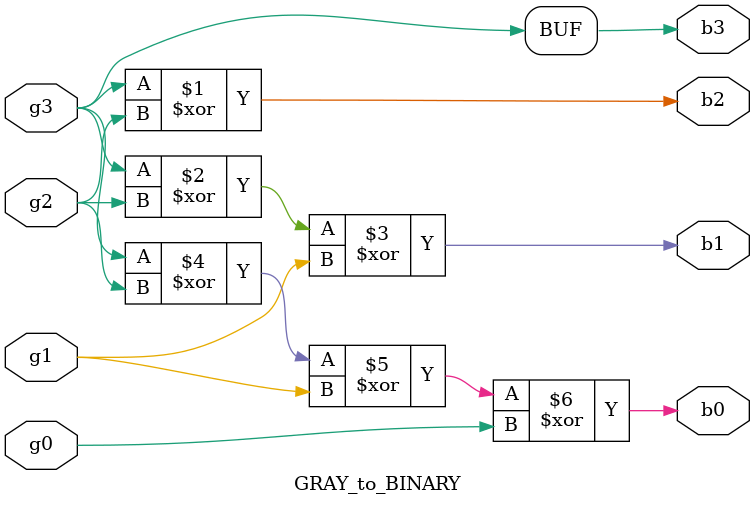
<source format=v>
module GRAY_to_BINARY(b3,b2,b1,b0,g3,g2,g1,g0);
input g3,g2,g1,g0;
output b3,b2,b1,b0;

assign b3=g3;
assign b2=g3^g2;
assign b1=g3^g2^g1;
assign b0=g3^g2^g1^g0;

endmodule

</source>
